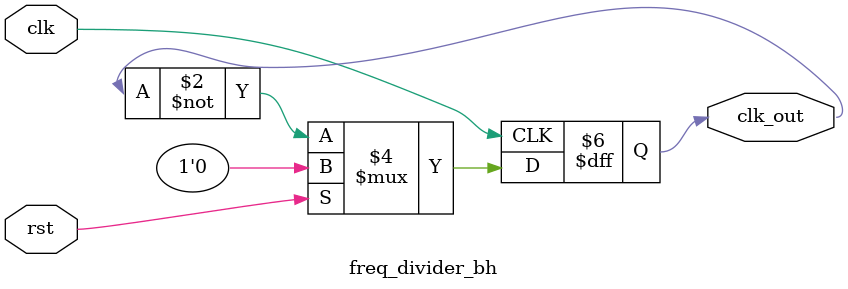
<source format=v>
`timescale 1ns/100ps
module freq_divider_bh(clk_out,clk,rst);
  input clk,rst;
  output reg clk_out;
  
  always @(posedge clk)
    if(rst)
      clk_out<=1'b0;
  else
    clk_out<=~clk_out;
endmodule

</source>
